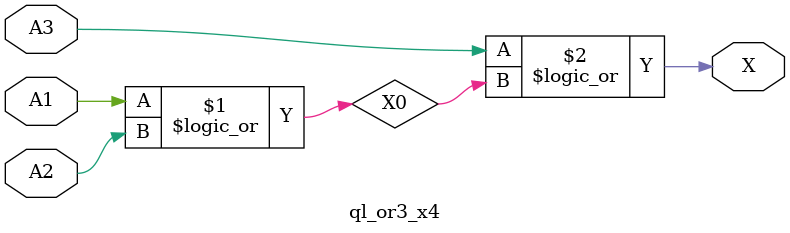
<source format=sv>

module ql_clkgate_x4 (
    input clk_in,  // Clock Input
    input en,  // Clock Output Enable, High Active
    input se,  // Scan Enable, High Active, Tie 0 in RTL
    output wire clk_out  // Clock Output
);


  assign clk_out = en ? clk_in : 0;


endmodule

//----------------------------------------------------------------//
//-- MUX                                                        --//
//-- Driving Strength X 2                                       --//
//----------------------------------------------------------------//
module ql_mux4_x2 (
    input       [1:0] s,   // MUX Select 
    input             i0,  // Input Port 0
    input             i1,  // Input Port 1
    input             i2,  // Input Port 2
    input             i3,  // Input Port 3
    output wire       z    // Output
);


  logic z0;
  logic z1;


  assign z0 = s[0] ? i0 : i1;
  assign z1 = s[0] ? i2 : i3;
  assign z  = s[1] ? z0 : z1;

endmodule

//----------------------------------------------------------------//
//-- AND 2 Inputs                                               --//
//-- Driving Strength X2                                        --//
//----------------------------------------------------------------//
module ql_and2_x2 (
    input       A1,  // Input Port 0
    input       A2,  // Input Port 1
    output wire X    // Output
);


  assign X = A1 & A2;


endmodule

//----------------------------------------------------------------//
//-- BUF 	   						--//
//-- Driving Strength X2                                        --//
//----------------------------------------------------------------//
module ql_buf_x2 (
    input       A,  // Input Port 0
    output wire X   // Output
);

  assign X = A;


endmodule
//----------------------------------------------------------------//
//-- CLKBUF                                                     --//
//-- Driving Strength X2                                        --//
//----------------------------------------------------------------//
module ql_clkbuf_x2 (
    input       A,  // Input Port 0
    output wire X   // Output
);


  assign X = A;


endmodule

//----------------------------------------------------------------//
//-- INV 							--//
//-- Driving Strength X2                                        --//
//----------------------------------------------------------------//
module ql_inv_x2 (
    input       A,  // Input Port 0
    output wire X   // Output
);


  assign X = ~A;

endmodule

//----------------------------------------------------------------//
//-- MUX2 X2                                                    --//
//----------------------------------------------------------------//
module ql_mux2_x2 (
    input       s,   // MUX Select 
    input       i0,  // Input Port 0
    input       i1,  // Input Port 1
    output wire z    // Output
);


  assign z = s ? i0 : i1;

endmodule

//----------------------------------------------------------------//
//-- OR-3 Inputs 						--//
//-- Driving Strength X4                                        --//
//----------------------------------------------------------------//
module ql_or3_x4 (
    input       A1,  // Input Port 1
    input       A2,  // Input Port 2
    input       A3,  // Input Port 3
    output wire X    // Output
);

  logic X0;


  assign X0 = A1 || A2;
  assign X  = A3 || X0;


endmodule


</source>
